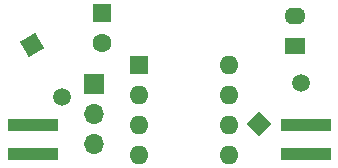
<source format=gbr>
%TF.GenerationSoftware,KiCad,Pcbnew,8.0.7*%
%TF.CreationDate,2024-12-14T00:48:10+01:00*%
%TF.ProjectId,FF2_20241213_1510,4646325f-3230-4323-9431-3231335f3135,0.2.0*%
%TF.SameCoordinates,Original*%
%TF.FileFunction,Soldermask,Bot*%
%TF.FilePolarity,Negative*%
%FSLAX46Y46*%
G04 Gerber Fmt 4.6, Leading zero omitted, Abs format (unit mm)*
G04 Created by KiCad (PCBNEW 8.0.7) date 2024-12-14 00:48:10*
%MOMM*%
%LPD*%
G01*
G04 APERTURE LIST*
G04 Aperture macros list*
%AMRotRect*
0 Rectangle, with rotation*
0 The origin of the aperture is its center*
0 $1 length*
0 $2 width*
0 $3 Rotation angle, in degrees counterclockwise*
0 Add horizontal line*
21,1,$1,$2,0,0,$3*%
G04 Aperture macros list end*
%ADD10R,1.800000X1.400000*%
%ADD11O,1.800000X1.400000*%
%ADD12R,1.600000X1.600000*%
%ADD13C,1.600000*%
%ADD14O,1.600000X1.600000*%
%ADD15RotRect,1.500000X1.500000X45.000000*%
%ADD16C,1.500000*%
%ADD17R,1.700000X1.700000*%
%ADD18O,1.700000X1.700000*%
%ADD19RotRect,1.500000X1.500000X300.000000*%
%ADD20R,4.191000X1.092200*%
G04 APERTURE END LIST*
D10*
%TO.C,D1*%
X126238000Y-106050000D03*
D11*
X126238000Y-103510000D03*
%TD*%
D12*
%TO.C,C1*%
X109855000Y-103251000D03*
D13*
X109855000Y-105751000D03*
%TD*%
D12*
%TO.C,U1*%
X113030000Y-107579000D03*
D14*
X113030000Y-110119000D03*
X113030000Y-112659000D03*
X113030000Y-115199000D03*
X120650000Y-115199000D03*
X120650000Y-112659000D03*
X120650000Y-110119000D03*
X120650000Y-107579000D03*
%TD*%
D15*
%TO.C,L1*%
X123190000Y-112649000D03*
D16*
X126725534Y-109113466D03*
%TD*%
D17*
%TO.C,J1*%
X109220000Y-109220000D03*
D18*
X109220000Y-111760000D03*
X109220000Y-114300000D03*
%TD*%
D19*
%TO.C,L2*%
X103954000Y-105961046D03*
D16*
X106454000Y-110291173D03*
%TD*%
D20*
%TO.C,LED1*%
X127127000Y-115142902D03*
X127127000Y-112695098D03*
%TD*%
%TO.C,LED2*%
X104013000Y-112695098D03*
X104013000Y-115142902D03*
%TD*%
M02*

</source>
